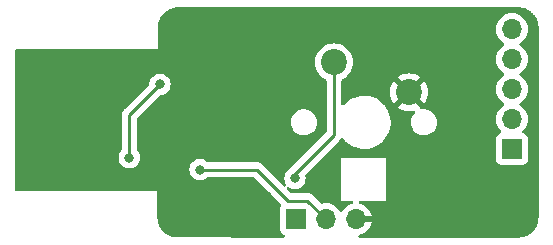
<source format=gbr>
%TF.GenerationSoftware,KiCad,Pcbnew,7.0.8*%
%TF.CreationDate,2024-02-06T14:03:30-06:00*%
%TF.ProjectId,Keeb,4b656562-2e6b-4696-9361-645f70636258,rev?*%
%TF.SameCoordinates,Original*%
%TF.FileFunction,Copper,L2,Bot*%
%TF.FilePolarity,Positive*%
%FSLAX46Y46*%
G04 Gerber Fmt 4.6, Leading zero omitted, Abs format (unit mm)*
G04 Created by KiCad (PCBNEW 7.0.8) date 2024-02-06 14:03:30*
%MOMM*%
%LPD*%
G01*
G04 APERTURE LIST*
%TA.AperFunction,ComponentPad*%
%ADD10R,1.700000X1.700000*%
%TD*%
%TA.AperFunction,ComponentPad*%
%ADD11O,1.700000X1.700000*%
%TD*%
%TA.AperFunction,ComponentPad*%
%ADD12C,2.200000*%
%TD*%
%TA.AperFunction,ViaPad*%
%ADD13C,0.800000*%
%TD*%
%TA.AperFunction,Conductor*%
%ADD14C,0.250000*%
%TD*%
G04 APERTURE END LIST*
D10*
%TO.P,J3,1,Pin_1*%
%TO.N,VCC*%
X156720000Y-82200000D03*
D11*
%TO.P,J3,2,Pin_2*%
%TO.N,SWIO*%
X159260000Y-82200000D03*
%TO.P,J3,3,Pin_3*%
%TO.N,VSS*%
X161800000Y-82200000D03*
%TD*%
D12*
%TO.P,SW1,2,2*%
%TO.N,VSS*%
X166290000Y-71460000D03*
%TO.P,SW1,1,1*%
%TO.N,PD5*%
X159940000Y-68920000D03*
%TD*%
D11*
%TO.P,J2,5,Pin_5*%
%TO.N,PC0*%
X175000000Y-66120000D03*
%TO.P,J2,4,Pin_4*%
%TO.N,PD0*%
X175000000Y-68660000D03*
%TO.P,J2,3,Pin_3*%
%TO.N,PA2*%
X175000000Y-71200000D03*
%TO.P,J2,2,Pin_2*%
%TO.N,PA1*%
X175000000Y-73740000D03*
D10*
%TO.P,J2,1,Pin_1*%
%TO.N,PD7*%
X175000000Y-76280000D03*
%TD*%
D13*
%TO.N,SWIO*%
X148600000Y-78000000D03*
%TO.N,VSS*%
X164000000Y-82400000D03*
X157000000Y-71200000D03*
X163200000Y-67400000D03*
X155600000Y-65600000D03*
X172400000Y-65200000D03*
X171800000Y-67400000D03*
X176600000Y-78400000D03*
X171800000Y-78000000D03*
X150600000Y-83000000D03*
X147600000Y-83200000D03*
X152600000Y-68200000D03*
X148800000Y-67800000D03*
X151600000Y-65200000D03*
X146200000Y-65800000D03*
X154286746Y-80275000D03*
X149600000Y-74200000D03*
X155800000Y-75200000D03*
%TO.N,+5V*%
X142600000Y-77000000D03*
X145200000Y-70800000D03*
%TO.N,PD5*%
X156632836Y-78750000D03*
%TD*%
D14*
%TO.N,SWIO*%
X153400000Y-78000000D02*
X148600000Y-78000000D01*
X156026290Y-80626290D02*
X153400000Y-78000000D01*
X157686290Y-80626290D02*
X156026290Y-80626290D01*
X159260000Y-82200000D02*
X157686290Y-80626290D01*
%TO.N,+5V*%
X142600000Y-73400000D02*
X145200000Y-70800000D01*
X142600000Y-77000000D02*
X142600000Y-73400000D01*
%TO.N,PD5*%
X156632836Y-78392469D02*
X156632836Y-78750000D01*
X159940000Y-75085305D02*
X156632836Y-78392469D01*
X159940000Y-68920000D02*
X159940000Y-75085305D01*
%TD*%
%TA.AperFunction,Conductor*%
%TO.N,VSS*%
G36*
X175452676Y-64247288D02*
G01*
X175494630Y-64246699D01*
X175499079Y-64246796D01*
X175566025Y-64250692D01*
X175753510Y-64262961D01*
X175761890Y-64264089D01*
X175869417Y-64286132D01*
X176012614Y-64318728D01*
X176019881Y-64320858D01*
X176131011Y-64360953D01*
X176260335Y-64412949D01*
X176266376Y-64415765D01*
X176372331Y-64472325D01*
X176375012Y-64473844D01*
X176420188Y-64500970D01*
X176491035Y-64543511D01*
X176495860Y-64546723D01*
X176593630Y-64618668D01*
X176596781Y-64621149D01*
X176699500Y-64707531D01*
X176703131Y-64710839D01*
X176757383Y-64764341D01*
X176778268Y-64784938D01*
X176789804Y-64796314D01*
X176793163Y-64799901D01*
X176880994Y-64901446D01*
X176883519Y-64904563D01*
X176914880Y-64945964D01*
X176956753Y-65001243D01*
X176960039Y-65006031D01*
X177031390Y-65121205D01*
X177032969Y-65123903D01*
X177090881Y-65228855D01*
X177093797Y-65234888D01*
X177147696Y-65363744D01*
X177189219Y-65474006D01*
X177191455Y-65481263D01*
X177226172Y-65624551D01*
X177249574Y-65731158D01*
X177250823Y-65739554D01*
X177265852Y-65928832D01*
X177270523Y-65993550D01*
X177270683Y-65998081D01*
X177253381Y-81950669D01*
X177252716Y-81952923D01*
X177253300Y-81994634D01*
X177253201Y-81999107D01*
X177249307Y-82066020D01*
X177237039Y-82253491D01*
X177235907Y-82261903D01*
X177213866Y-82369423D01*
X177181275Y-82512594D01*
X177179141Y-82519880D01*
X177139058Y-82630980D01*
X177114067Y-82693139D01*
X177087053Y-82760326D01*
X177084222Y-82766398D01*
X177027691Y-82872299D01*
X177026149Y-82875020D01*
X176956487Y-82991035D01*
X176953269Y-82995868D01*
X176881336Y-83093622D01*
X176878849Y-83096781D01*
X176792467Y-83199500D01*
X176789159Y-83203131D01*
X176703684Y-83289804D01*
X176700097Y-83293163D01*
X176598552Y-83380994D01*
X176595428Y-83383524D01*
X176498755Y-83456753D01*
X176493967Y-83460039D01*
X176378793Y-83531390D01*
X176376095Y-83532969D01*
X176271143Y-83590881D01*
X176265111Y-83593796D01*
X176136255Y-83647696D01*
X176025992Y-83689219D01*
X176018735Y-83691455D01*
X175875448Y-83726172D01*
X175768840Y-83749574D01*
X175760444Y-83750823D01*
X175571174Y-83765852D01*
X175506441Y-83770523D01*
X175501941Y-83770683D01*
X162126056Y-83762610D01*
X162059029Y-83742885D01*
X162013306Y-83690053D01*
X162003404Y-83620889D01*
X162032467Y-83557351D01*
X162091268Y-83519612D01*
X162094038Y-83518835D01*
X162263483Y-83473433D01*
X162263492Y-83473429D01*
X162477578Y-83373600D01*
X162671082Y-83238105D01*
X162838105Y-83071082D01*
X162973600Y-82877578D01*
X163073429Y-82663492D01*
X163073432Y-82663486D01*
X163130636Y-82450000D01*
X162233686Y-82450000D01*
X162259493Y-82409844D01*
X162300000Y-82271889D01*
X162300000Y-82128111D01*
X162259493Y-81990156D01*
X162233686Y-81950000D01*
X163130636Y-81950000D01*
X163130635Y-81949999D01*
X163073432Y-81736513D01*
X163073429Y-81736507D01*
X162973600Y-81522422D01*
X162973599Y-81522420D01*
X162838113Y-81328926D01*
X162838108Y-81328920D01*
X162671082Y-81161894D01*
X162477578Y-81026399D01*
X162263492Y-80926570D01*
X162263483Y-80926566D01*
X162105648Y-80884275D01*
X162045987Y-80847910D01*
X162015458Y-80785063D01*
X162023753Y-80715688D01*
X162068238Y-80661810D01*
X162134790Y-80640535D01*
X162137741Y-80640500D01*
X164325240Y-80640500D01*
X164325383Y-80640528D01*
X164325384Y-80640524D01*
X164349997Y-80640539D01*
X164350000Y-80640541D01*
X164350383Y-80640383D01*
X164350500Y-80640099D01*
X164350541Y-80640000D01*
X164350540Y-80639997D01*
X164350583Y-80615889D01*
X164350500Y-80615467D01*
X164350500Y-77064759D01*
X164350528Y-77064616D01*
X164350524Y-77064616D01*
X164350539Y-77040002D01*
X164350541Y-77040000D01*
X164350462Y-77039808D01*
X164350384Y-77039618D01*
X164350382Y-77039616D01*
X164350099Y-77039500D01*
X164350000Y-77039459D01*
X164325446Y-77039459D01*
X164325240Y-77039500D01*
X160574760Y-77039500D01*
X160574554Y-77039459D01*
X160550000Y-77039459D01*
X160549901Y-77039500D01*
X160549617Y-77039616D01*
X160549615Y-77039618D01*
X160549459Y-77039999D01*
X160549476Y-77064616D01*
X160549471Y-77064616D01*
X160549500Y-77064759D01*
X160549500Y-80615467D01*
X160549416Y-80615889D01*
X160549459Y-80640001D01*
X160549500Y-80640099D01*
X160549616Y-80640382D01*
X160549618Y-80640384D01*
X160549808Y-80640462D01*
X160550000Y-80640541D01*
X160550002Y-80640539D01*
X160574616Y-80640524D01*
X160574616Y-80640528D01*
X160574760Y-80640500D01*
X161462259Y-80640500D01*
X161529298Y-80660185D01*
X161575053Y-80712989D01*
X161584997Y-80782147D01*
X161555972Y-80845703D01*
X161497194Y-80883477D01*
X161494352Y-80884275D01*
X161336516Y-80926566D01*
X161336507Y-80926570D01*
X161122422Y-81026399D01*
X161122420Y-81026400D01*
X160928926Y-81161886D01*
X160928920Y-81161891D01*
X160761891Y-81328920D01*
X160761890Y-81328922D01*
X160631880Y-81514595D01*
X160577303Y-81558219D01*
X160507804Y-81565412D01*
X160445450Y-81533890D01*
X160428730Y-81514594D01*
X160298494Y-81328597D01*
X160131402Y-81161506D01*
X160131395Y-81161501D01*
X159937834Y-81025967D01*
X159937830Y-81025965D01*
X159840169Y-80980425D01*
X159723663Y-80926097D01*
X159723659Y-80926096D01*
X159723655Y-80926094D01*
X159495413Y-80864938D01*
X159495403Y-80864936D01*
X159260001Y-80844341D01*
X159259999Y-80844341D01*
X159024596Y-80864936D01*
X159024586Y-80864938D01*
X158924126Y-80891856D01*
X158854276Y-80890193D01*
X158804352Y-80859762D01*
X158187093Y-80242502D01*
X158177270Y-80230240D01*
X158177049Y-80230424D01*
X158172076Y-80224413D01*
X158121654Y-80177063D01*
X158111209Y-80166618D01*
X158100765Y-80156173D01*
X158095276Y-80151915D01*
X158090851Y-80148137D01*
X158056872Y-80116228D01*
X158056870Y-80116226D01*
X158056867Y-80116225D01*
X158039319Y-80106578D01*
X158023053Y-80095894D01*
X158007223Y-80083615D01*
X157964458Y-80065108D01*
X157959212Y-80062538D01*
X157918383Y-80040093D01*
X157918382Y-80040092D01*
X157898983Y-80035112D01*
X157880571Y-80028808D01*
X157862188Y-80020852D01*
X157862182Y-80020850D01*
X157816164Y-80013562D01*
X157810442Y-80012377D01*
X157765311Y-80000790D01*
X157765309Y-80000790D01*
X157745274Y-80000790D01*
X157725876Y-79999263D01*
X157718452Y-79998087D01*
X157706095Y-79996130D01*
X157706094Y-79996130D01*
X157659706Y-80000515D01*
X157653868Y-80000790D01*
X156336742Y-80000790D01*
X156269703Y-79981105D01*
X156249061Y-79964471D01*
X155972734Y-79688144D01*
X155939249Y-79626821D01*
X155944233Y-79557129D01*
X155986105Y-79501196D01*
X156051569Y-79476779D01*
X156119842Y-79491631D01*
X156133300Y-79500145D01*
X156180101Y-79534148D01*
X156180106Y-79534151D01*
X156353028Y-79611142D01*
X156353033Y-79611144D01*
X156538190Y-79650500D01*
X156538191Y-79650500D01*
X156727480Y-79650500D01*
X156727482Y-79650500D01*
X156912639Y-79611144D01*
X157085566Y-79534151D01*
X157238707Y-79422888D01*
X157365369Y-79282216D01*
X157460015Y-79118284D01*
X157518510Y-78938256D01*
X157538296Y-78750000D01*
X157518510Y-78561744D01*
X157500211Y-78505429D01*
X157498217Y-78435590D01*
X157530460Y-78379433D01*
X160323788Y-75586106D01*
X160336042Y-75576291D01*
X160335859Y-75576069D01*
X160341866Y-75571097D01*
X160341877Y-75571091D01*
X160372775Y-75538187D01*
X160389227Y-75520669D01*
X160399671Y-75510223D01*
X160410120Y-75499776D01*
X160414379Y-75494283D01*
X160418152Y-75489866D01*
X160450062Y-75455887D01*
X160459713Y-75438329D01*
X160470396Y-75422066D01*
X160482673Y-75406241D01*
X160485076Y-75400685D01*
X160529762Y-75346977D01*
X160596393Y-75325952D01*
X160663814Y-75344288D01*
X160698708Y-75376372D01*
X160716624Y-75400688D01*
X160757554Y-75456238D01*
X160868631Y-75571091D01*
X160967019Y-75672823D01*
X161203478Y-75859553D01*
X161203480Y-75859554D01*
X161203485Y-75859558D01*
X161462730Y-76013109D01*
X161740128Y-76130736D01*
X162030729Y-76210340D01*
X162329347Y-76250500D01*
X162329351Y-76250500D01*
X162555252Y-76250500D01*
X162719164Y-76239526D01*
X162780634Y-76235412D01*
X163075903Y-76175396D01*
X163360537Y-76076560D01*
X163629459Y-75940668D01*
X163877869Y-75770144D01*
X164101333Y-75568032D01*
X164295865Y-75337939D01*
X164457993Y-75083970D01*
X164584823Y-74810658D01*
X164674093Y-74522879D01*
X164724209Y-74225770D01*
X164734277Y-73924631D01*
X164704118Y-73624838D01*
X164634269Y-73331739D01*
X164525977Y-73050566D01*
X164381175Y-72786335D01*
X164379835Y-72784517D01*
X164218805Y-72565965D01*
X164202446Y-72543762D01*
X163992980Y-72327176D01*
X163756521Y-72140446D01*
X163756517Y-72140443D01*
X163756515Y-72140442D01*
X163497270Y-71986891D01*
X163219872Y-71869264D01*
X163219863Y-71869261D01*
X162929272Y-71789660D01*
X162854616Y-71779620D01*
X162630653Y-71749500D01*
X162404756Y-71749500D01*
X162404748Y-71749500D01*
X162179368Y-71764587D01*
X162179359Y-71764589D01*
X161884094Y-71824604D01*
X161599464Y-71923439D01*
X161599459Y-71923441D01*
X161330546Y-72059328D01*
X161082125Y-72229860D01*
X160858665Y-72431969D01*
X160784193Y-72520056D01*
X160725878Y-72558542D01*
X160656013Y-72559391D01*
X160596781Y-72522333D01*
X160566986Y-72459135D01*
X160565500Y-72439998D01*
X160565500Y-71460000D01*
X164685052Y-71460000D01*
X164704812Y-71711072D01*
X164763603Y-71955956D01*
X164859980Y-72188631D01*
X164991566Y-72403358D01*
X164991577Y-72403374D01*
X164992264Y-72404178D01*
X164992266Y-72404178D01*
X165612803Y-71783641D01*
X165636059Y-71837553D01*
X165740756Y-71978185D01*
X165875062Y-72090882D01*
X165966665Y-72136886D01*
X165345819Y-72757732D01*
X165346636Y-72758430D01*
X165346638Y-72758432D01*
X165561368Y-72890019D01*
X165794043Y-72986396D01*
X166038927Y-73045187D01*
X166290000Y-73064947D01*
X166541071Y-73045187D01*
X166658004Y-73017114D01*
X166727786Y-73020605D01*
X166784604Y-73061268D01*
X166810417Y-73126195D01*
X166797031Y-73194770D01*
X166780664Y-73218891D01*
X166659478Y-73358746D01*
X166554398Y-73540750D01*
X166485656Y-73739365D01*
X166485656Y-73739367D01*
X166459020Y-73924631D01*
X166455746Y-73947401D01*
X166465745Y-74157327D01*
X166515296Y-74361578D01*
X166515298Y-74361582D01*
X166602598Y-74552743D01*
X166602601Y-74552748D01*
X166602602Y-74552750D01*
X166602604Y-74552753D01*
X166665627Y-74641256D01*
X166724515Y-74723953D01*
X166724520Y-74723959D01*
X166876620Y-74868985D01*
X166982747Y-74937189D01*
X167053428Y-74982613D01*
X167248543Y-75060725D01*
X167309399Y-75072454D01*
X167454914Y-75100500D01*
X167454915Y-75100500D01*
X167612419Y-75100500D01*
X167612425Y-75100500D01*
X167769218Y-75085528D01*
X167970875Y-75026316D01*
X168157682Y-74930011D01*
X168170064Y-74920274D01*
X168309450Y-74810658D01*
X168322886Y-74800092D01*
X168460519Y-74641256D01*
X168477760Y-74611395D01*
X168565601Y-74459249D01*
X168565600Y-74459249D01*
X168565604Y-74459244D01*
X168634344Y-74260633D01*
X168664254Y-74052602D01*
X168654254Y-73842670D01*
X168629346Y-73740000D01*
X173644341Y-73740000D01*
X173664936Y-73975403D01*
X173664938Y-73975413D01*
X173726094Y-74203655D01*
X173726096Y-74203659D01*
X173726097Y-74203663D01*
X173736406Y-74225770D01*
X173825965Y-74417830D01*
X173825967Y-74417834D01*
X173920432Y-74552743D01*
X173961501Y-74611396D01*
X173961506Y-74611402D01*
X174083430Y-74733326D01*
X174116915Y-74794649D01*
X174111931Y-74864341D01*
X174070059Y-74920274D01*
X174039083Y-74937189D01*
X173907669Y-74986203D01*
X173907664Y-74986206D01*
X173792455Y-75072452D01*
X173792452Y-75072455D01*
X173706206Y-75187664D01*
X173706202Y-75187671D01*
X173655908Y-75322517D01*
X173649501Y-75382116D01*
X173649501Y-75382123D01*
X173649500Y-75382135D01*
X173649500Y-77177870D01*
X173649501Y-77177876D01*
X173655908Y-77237483D01*
X173706202Y-77372328D01*
X173706206Y-77372335D01*
X173792452Y-77487544D01*
X173792455Y-77487547D01*
X173907664Y-77573793D01*
X173907671Y-77573797D01*
X174042517Y-77624091D01*
X174042516Y-77624091D01*
X174049444Y-77624835D01*
X174102127Y-77630500D01*
X175897872Y-77630499D01*
X175957483Y-77624091D01*
X176092331Y-77573796D01*
X176207546Y-77487546D01*
X176293796Y-77372331D01*
X176344091Y-77237483D01*
X176350500Y-77177873D01*
X176350499Y-75382128D01*
X176344091Y-75322517D01*
X176342181Y-75317397D01*
X176293797Y-75187671D01*
X176293793Y-75187664D01*
X176207547Y-75072455D01*
X176207544Y-75072452D01*
X176092335Y-74986206D01*
X176092328Y-74986202D01*
X175960917Y-74937189D01*
X175904983Y-74895318D01*
X175880566Y-74829853D01*
X175895418Y-74761580D01*
X175916563Y-74733332D01*
X176038495Y-74611401D01*
X176174035Y-74417830D01*
X176273903Y-74203663D01*
X176335063Y-73975408D01*
X176355659Y-73740000D01*
X176355603Y-73739365D01*
X176348580Y-73659090D01*
X176335063Y-73504592D01*
X176273903Y-73276337D01*
X176174035Y-73062171D01*
X176169382Y-73055525D01*
X176038494Y-72868597D01*
X175871402Y-72701506D01*
X175871396Y-72701501D01*
X175685842Y-72571575D01*
X175642217Y-72516998D01*
X175635023Y-72447500D01*
X175666546Y-72385145D01*
X175685842Y-72368425D01*
X175708026Y-72352891D01*
X175871401Y-72238495D01*
X176038495Y-72071401D01*
X176174035Y-71877830D01*
X176273903Y-71663663D01*
X176335063Y-71435408D01*
X176355659Y-71200000D01*
X176335063Y-70964592D01*
X176273903Y-70736337D01*
X176174035Y-70522171D01*
X176170160Y-70516636D01*
X176038494Y-70328597D01*
X175871402Y-70161506D01*
X175871396Y-70161501D01*
X175685842Y-70031575D01*
X175642217Y-69976998D01*
X175635023Y-69907500D01*
X175666546Y-69845145D01*
X175685842Y-69828425D01*
X175708026Y-69812891D01*
X175871401Y-69698495D01*
X176038495Y-69531401D01*
X176174035Y-69337830D01*
X176273903Y-69123663D01*
X176335063Y-68895408D01*
X176355659Y-68660000D01*
X176335063Y-68424592D01*
X176273903Y-68196337D01*
X176174035Y-67982171D01*
X176169957Y-67976346D01*
X176038494Y-67788597D01*
X175871402Y-67621506D01*
X175871396Y-67621501D01*
X175685842Y-67491575D01*
X175642217Y-67436998D01*
X175635023Y-67367500D01*
X175666546Y-67305145D01*
X175685842Y-67288425D01*
X175708026Y-67272891D01*
X175871401Y-67158495D01*
X176038495Y-66991401D01*
X176174035Y-66797830D01*
X176273903Y-66583663D01*
X176335063Y-66355408D01*
X176355659Y-66120000D01*
X176335063Y-65884592D01*
X176273903Y-65656337D01*
X176174035Y-65442171D01*
X176137555Y-65390071D01*
X176038494Y-65248597D01*
X175871402Y-65081506D01*
X175871395Y-65081501D01*
X175677834Y-64945967D01*
X175677830Y-64945965D01*
X175677828Y-64945964D01*
X175463663Y-64846097D01*
X175463659Y-64846096D01*
X175463655Y-64846094D01*
X175235413Y-64784938D01*
X175235403Y-64784936D01*
X175000001Y-64764341D01*
X174999999Y-64764341D01*
X174764596Y-64784936D01*
X174764586Y-64784938D01*
X174536344Y-64846094D01*
X174536335Y-64846098D01*
X174322171Y-64945964D01*
X174322169Y-64945965D01*
X174128597Y-65081505D01*
X173961505Y-65248597D01*
X173825965Y-65442169D01*
X173825964Y-65442171D01*
X173794984Y-65508609D01*
X173728271Y-65651676D01*
X173726098Y-65656335D01*
X173726094Y-65656344D01*
X173664938Y-65884586D01*
X173664936Y-65884596D01*
X173644341Y-66119999D01*
X173644341Y-66120000D01*
X173664936Y-66355403D01*
X173664938Y-66355413D01*
X173726094Y-66583655D01*
X173726096Y-66583659D01*
X173726097Y-66583663D01*
X173825965Y-66797830D01*
X173825967Y-66797834D01*
X173961501Y-66991395D01*
X173961506Y-66991402D01*
X174128597Y-67158493D01*
X174128603Y-67158498D01*
X174314158Y-67288425D01*
X174357783Y-67343002D01*
X174364977Y-67412500D01*
X174333454Y-67474855D01*
X174314158Y-67491575D01*
X174128597Y-67621505D01*
X173961505Y-67788597D01*
X173825965Y-67982169D01*
X173825964Y-67982171D01*
X173726098Y-68196335D01*
X173726094Y-68196344D01*
X173664938Y-68424586D01*
X173664936Y-68424596D01*
X173644341Y-68659999D01*
X173644341Y-68660000D01*
X173664936Y-68895403D01*
X173664938Y-68895413D01*
X173726094Y-69123655D01*
X173726096Y-69123659D01*
X173726097Y-69123663D01*
X173748240Y-69171148D01*
X173825965Y-69337830D01*
X173825967Y-69337834D01*
X173961501Y-69531395D01*
X173961506Y-69531402D01*
X174128597Y-69698493D01*
X174128603Y-69698498D01*
X174314158Y-69828425D01*
X174357783Y-69883002D01*
X174364977Y-69952500D01*
X174333454Y-70014855D01*
X174314158Y-70031575D01*
X174128597Y-70161505D01*
X173961505Y-70328597D01*
X173825965Y-70522169D01*
X173825964Y-70522171D01*
X173726098Y-70736335D01*
X173726094Y-70736344D01*
X173664938Y-70964586D01*
X173664936Y-70964596D01*
X173644341Y-71199999D01*
X173644341Y-71200000D01*
X173664936Y-71435403D01*
X173664938Y-71435413D01*
X173726094Y-71663655D01*
X173726096Y-71663659D01*
X173726097Y-71663663D01*
X173821969Y-71869261D01*
X173825965Y-71877830D01*
X173825967Y-71877834D01*
X173857901Y-71923440D01*
X173953051Y-72059328D01*
X173961501Y-72071395D01*
X173961506Y-72071402D01*
X174128597Y-72238493D01*
X174128603Y-72238498D01*
X174314158Y-72368425D01*
X174357783Y-72423002D01*
X174364977Y-72492500D01*
X174333454Y-72554855D01*
X174314158Y-72571575D01*
X174128597Y-72701505D01*
X173961505Y-72868597D01*
X173825965Y-73062169D01*
X173825964Y-73062171D01*
X173750455Y-73224102D01*
X173726236Y-73276040D01*
X173726098Y-73276335D01*
X173726094Y-73276344D01*
X173664938Y-73504586D01*
X173664936Y-73504596D01*
X173644341Y-73739999D01*
X173644341Y-73740000D01*
X168629346Y-73740000D01*
X168604704Y-73638424D01*
X168598500Y-73624839D01*
X168517401Y-73447256D01*
X168517398Y-73447251D01*
X168517397Y-73447250D01*
X168517396Y-73447247D01*
X168395486Y-73276048D01*
X168395484Y-73276046D01*
X168395479Y-73276040D01*
X168243379Y-73131014D01*
X168066574Y-73017388D01*
X167871455Y-72939274D01*
X167665086Y-72899500D01*
X167665085Y-72899500D01*
X167507575Y-72899500D01*
X167368836Y-72912747D01*
X167300230Y-72899524D01*
X167249663Y-72851309D01*
X167233143Y-72784517D01*
X167234178Y-72757731D01*
X166615946Y-72139498D01*
X166628891Y-72134787D01*
X166775373Y-72038445D01*
X166895688Y-71910918D01*
X166968447Y-71784894D01*
X167587732Y-72404179D01*
X167588424Y-72403371D01*
X167588432Y-72403360D01*
X167720019Y-72188631D01*
X167816396Y-71955956D01*
X167875187Y-71711072D01*
X167894947Y-71460000D01*
X167875187Y-71208927D01*
X167816396Y-70964043D01*
X167720019Y-70731368D01*
X167588432Y-70516638D01*
X167588430Y-70516636D01*
X167587732Y-70515819D01*
X166967195Y-71136356D01*
X166943941Y-71082447D01*
X166839244Y-70941815D01*
X166704938Y-70829118D01*
X166613333Y-70783112D01*
X167234178Y-70162266D01*
X167234178Y-70162264D01*
X167233374Y-70161577D01*
X167233358Y-70161566D01*
X167018631Y-70029980D01*
X166785956Y-69933603D01*
X166541072Y-69874812D01*
X166290000Y-69855052D01*
X166038927Y-69874812D01*
X165794043Y-69933603D01*
X165561368Y-70029980D01*
X165346637Y-70161568D01*
X165345820Y-70162266D01*
X165964055Y-70780501D01*
X165951109Y-70785213D01*
X165804627Y-70881555D01*
X165684312Y-71009082D01*
X165611552Y-71135106D01*
X164992266Y-70515820D01*
X164991568Y-70516637D01*
X164859980Y-70731368D01*
X164763603Y-70964043D01*
X164704812Y-71208927D01*
X164685052Y-71460000D01*
X160565500Y-71460000D01*
X160565500Y-70476132D01*
X160585185Y-70409093D01*
X160637989Y-70363338D01*
X160642027Y-70361579D01*
X160668859Y-70350466D01*
X160883659Y-70218836D01*
X161075224Y-70055224D01*
X161238836Y-69863659D01*
X161370466Y-69648859D01*
X161466873Y-69416111D01*
X161525683Y-69171148D01*
X161545449Y-68920000D01*
X161525683Y-68668852D01*
X161466873Y-68423889D01*
X161370466Y-68191140D01*
X161238839Y-67976346D01*
X161238838Y-67976343D01*
X161194560Y-67924500D01*
X161075224Y-67784776D01*
X160948571Y-67676604D01*
X160883656Y-67621161D01*
X160883653Y-67621160D01*
X160668859Y-67489533D01*
X160436110Y-67393126D01*
X160191151Y-67334317D01*
X159940000Y-67314551D01*
X159688848Y-67334317D01*
X159443889Y-67393126D01*
X159211140Y-67489533D01*
X158996346Y-67621160D01*
X158996343Y-67621161D01*
X158804776Y-67784776D01*
X158641161Y-67976343D01*
X158641160Y-67976346D01*
X158509533Y-68191140D01*
X158413126Y-68423889D01*
X158354317Y-68668848D01*
X158334551Y-68920000D01*
X158354317Y-69171151D01*
X158413126Y-69416110D01*
X158509533Y-69648859D01*
X158641160Y-69863653D01*
X158641161Y-69863656D01*
X158657684Y-69883002D01*
X158804776Y-70055224D01*
X158930104Y-70162264D01*
X158996343Y-70218838D01*
X158996345Y-70218838D01*
X159211141Y-70350466D01*
X159237951Y-70361570D01*
X159292355Y-70405410D01*
X159314421Y-70471703D01*
X159314500Y-70476132D01*
X159314500Y-74774851D01*
X159294815Y-74841890D01*
X159278181Y-74862532D01*
X156249044Y-77891668D01*
X156236787Y-77901489D01*
X156236970Y-77901710D01*
X156230959Y-77906682D01*
X156205640Y-77933643D01*
X156183609Y-77957104D01*
X156177882Y-77962830D01*
X156167836Y-77972876D01*
X156153044Y-77985510D01*
X156026963Y-78077113D01*
X155900302Y-78217785D01*
X155805657Y-78381715D01*
X155805654Y-78381722D01*
X155765459Y-78505431D01*
X155747162Y-78561744D01*
X155727376Y-78750000D01*
X155747162Y-78938256D01*
X155747163Y-78938259D01*
X155805654Y-79118277D01*
X155805656Y-79118281D01*
X155805657Y-79118284D01*
X155865746Y-79222363D01*
X155884932Y-79255593D01*
X155901404Y-79323493D01*
X155878551Y-79389520D01*
X155823629Y-79432710D01*
X155754076Y-79439351D01*
X155691974Y-79407335D01*
X155689863Y-79405273D01*
X155068741Y-78784151D01*
X153900803Y-77616212D01*
X153890980Y-77603950D01*
X153890759Y-77604134D01*
X153885786Y-77598123D01*
X153835364Y-77550773D01*
X153824919Y-77540328D01*
X153814475Y-77529883D01*
X153808986Y-77525625D01*
X153804561Y-77521847D01*
X153770582Y-77489938D01*
X153770580Y-77489936D01*
X153770577Y-77489935D01*
X153753029Y-77480288D01*
X153736763Y-77469604D01*
X153720933Y-77457325D01*
X153678168Y-77438818D01*
X153672922Y-77436248D01*
X153632093Y-77413803D01*
X153632092Y-77413802D01*
X153612693Y-77408822D01*
X153594281Y-77402518D01*
X153575898Y-77394562D01*
X153575892Y-77394560D01*
X153529874Y-77387272D01*
X153524152Y-77386087D01*
X153479021Y-77374500D01*
X153479019Y-77374500D01*
X153458984Y-77374500D01*
X153439586Y-77372973D01*
X153432162Y-77371797D01*
X153419805Y-77369840D01*
X153419804Y-77369840D01*
X153373416Y-77374225D01*
X153367578Y-77374500D01*
X149303748Y-77374500D01*
X149236709Y-77354815D01*
X149211600Y-77333474D01*
X149205873Y-77327114D01*
X149205869Y-77327110D01*
X149052734Y-77215851D01*
X149052729Y-77215848D01*
X148879807Y-77138857D01*
X148879802Y-77138855D01*
X148734001Y-77107865D01*
X148694646Y-77099500D01*
X148505354Y-77099500D01*
X148472897Y-77106398D01*
X148320197Y-77138855D01*
X148320192Y-77138857D01*
X148147270Y-77215848D01*
X148147265Y-77215851D01*
X147994129Y-77327111D01*
X147867466Y-77467785D01*
X147772821Y-77631715D01*
X147772818Y-77631722D01*
X147714327Y-77811740D01*
X147714326Y-77811744D01*
X147694540Y-78000000D01*
X147714326Y-78188256D01*
X147714327Y-78188259D01*
X147772818Y-78368277D01*
X147772821Y-78368284D01*
X147867467Y-78532216D01*
X147969185Y-78645185D01*
X147994129Y-78672888D01*
X148147265Y-78784148D01*
X148147270Y-78784151D01*
X148320192Y-78861142D01*
X148320197Y-78861144D01*
X148505354Y-78900500D01*
X148505355Y-78900500D01*
X148694644Y-78900500D01*
X148694646Y-78900500D01*
X148879803Y-78861144D01*
X149052730Y-78784151D01*
X149205871Y-78672888D01*
X149208788Y-78669647D01*
X149211600Y-78666526D01*
X149271087Y-78629879D01*
X149303748Y-78625500D01*
X153089548Y-78625500D01*
X153156587Y-78645185D01*
X153177229Y-78661819D01*
X155434511Y-80919102D01*
X155467996Y-80980425D01*
X155463012Y-81050117D01*
X155446098Y-81081092D01*
X155426205Y-81107665D01*
X155426202Y-81107671D01*
X155375908Y-81242517D01*
X155369501Y-81302116D01*
X155369500Y-81302135D01*
X155369500Y-83097870D01*
X155369501Y-83097876D01*
X155375908Y-83157483D01*
X155426202Y-83292328D01*
X155426206Y-83292335D01*
X155512452Y-83407544D01*
X155512455Y-83407547D01*
X155627664Y-83493793D01*
X155627671Y-83493797D01*
X155693957Y-83518520D01*
X155749891Y-83560391D01*
X155774308Y-83625855D01*
X155759457Y-83694128D01*
X155710052Y-83743534D01*
X155650549Y-83758702D01*
X146804428Y-83753362D01*
X146802000Y-83752647D01*
X146755363Y-83753300D01*
X146750891Y-83753201D01*
X146683978Y-83749307D01*
X146496507Y-83737039D01*
X146488094Y-83735907D01*
X146380576Y-83713866D01*
X146237404Y-83681276D01*
X146230118Y-83679140D01*
X146162183Y-83654631D01*
X146119002Y-83639051D01*
X145989672Y-83587053D01*
X145983607Y-83584225D01*
X145877695Y-83527688D01*
X145874978Y-83526149D01*
X145758963Y-83456487D01*
X145754130Y-83453269D01*
X145656376Y-83381336D01*
X145653217Y-83378849D01*
X145550498Y-83292467D01*
X145546867Y-83289159D01*
X145460194Y-83203684D01*
X145456843Y-83200105D01*
X145368997Y-83098543D01*
X145366486Y-83095443D01*
X145293242Y-82998751D01*
X145289959Y-82993967D01*
X145218608Y-82878793D01*
X145217043Y-82876120D01*
X145159109Y-82771128D01*
X145156201Y-82765110D01*
X145113693Y-82663486D01*
X145102300Y-82636247D01*
X145060771Y-82525969D01*
X145058546Y-82518747D01*
X145023833Y-82375474D01*
X145000423Y-82268835D01*
X144999175Y-82260444D01*
X144984140Y-82071081D01*
X144979475Y-82006431D01*
X144979314Y-82001967D01*
X144979314Y-81953094D01*
X144979224Y-81952264D01*
X144979221Y-81950669D01*
X144977307Y-80844341D01*
X144975517Y-79809690D01*
X144975539Y-79800002D01*
X144975541Y-79800000D01*
X144975383Y-79799617D01*
X144975382Y-79799616D01*
X144975381Y-79799615D01*
X144975379Y-79799614D01*
X144975380Y-79799614D01*
X144975000Y-79799458D01*
X144952015Y-79799500D01*
X133024500Y-79799500D01*
X132957461Y-79779815D01*
X132911706Y-79727011D01*
X132900500Y-79675500D01*
X132900500Y-77000000D01*
X141694540Y-77000000D01*
X141714326Y-77188256D01*
X141714327Y-77188259D01*
X141772818Y-77368277D01*
X141772821Y-77368284D01*
X141867467Y-77532216D01*
X141957063Y-77631722D01*
X141994129Y-77672888D01*
X142147265Y-77784148D01*
X142147270Y-77784151D01*
X142320192Y-77861142D01*
X142320197Y-77861144D01*
X142505354Y-77900500D01*
X142505355Y-77900500D01*
X142694644Y-77900500D01*
X142694646Y-77900500D01*
X142879803Y-77861144D01*
X143052730Y-77784151D01*
X143205871Y-77672888D01*
X143332533Y-77532216D01*
X143427179Y-77368284D01*
X143485674Y-77188256D01*
X143505460Y-77000000D01*
X143485674Y-76811744D01*
X143427179Y-76631716D01*
X143332533Y-76467784D01*
X143257350Y-76384284D01*
X143227120Y-76321292D01*
X143225500Y-76301312D01*
X143225500Y-73947401D01*
X156295746Y-73947401D01*
X156305745Y-74157327D01*
X156355296Y-74361578D01*
X156355298Y-74361582D01*
X156442598Y-74552743D01*
X156442601Y-74552748D01*
X156442602Y-74552750D01*
X156442604Y-74552753D01*
X156505627Y-74641256D01*
X156564515Y-74723953D01*
X156564520Y-74723959D01*
X156716620Y-74868985D01*
X156822747Y-74937189D01*
X156893428Y-74982613D01*
X157088543Y-75060725D01*
X157149399Y-75072454D01*
X157294914Y-75100500D01*
X157294915Y-75100500D01*
X157452419Y-75100500D01*
X157452425Y-75100500D01*
X157609218Y-75085528D01*
X157810875Y-75026316D01*
X157997682Y-74930011D01*
X158010064Y-74920274D01*
X158149450Y-74810658D01*
X158162886Y-74800092D01*
X158300519Y-74641256D01*
X158317760Y-74611395D01*
X158405601Y-74459249D01*
X158405600Y-74459249D01*
X158405604Y-74459244D01*
X158474344Y-74260633D01*
X158504254Y-74052602D01*
X158494254Y-73842670D01*
X158444704Y-73638424D01*
X158438500Y-73624839D01*
X158357401Y-73447256D01*
X158357398Y-73447251D01*
X158357397Y-73447250D01*
X158357396Y-73447247D01*
X158235486Y-73276048D01*
X158235484Y-73276046D01*
X158235479Y-73276040D01*
X158083379Y-73131014D01*
X157906574Y-73017388D01*
X157711455Y-72939274D01*
X157505086Y-72899500D01*
X157505085Y-72899500D01*
X157347575Y-72899500D01*
X157193494Y-72914213D01*
X157190782Y-72914472D01*
X157190778Y-72914473D01*
X156989127Y-72973683D01*
X156802313Y-73069991D01*
X156637116Y-73199905D01*
X156637112Y-73199909D01*
X156499478Y-73358746D01*
X156394398Y-73540750D01*
X156325656Y-73739365D01*
X156325656Y-73739367D01*
X156299020Y-73924631D01*
X156295746Y-73947401D01*
X143225500Y-73947401D01*
X143225500Y-73710452D01*
X143245185Y-73643413D01*
X143261819Y-73622771D01*
X145147772Y-71736819D01*
X145209095Y-71703334D01*
X145235453Y-71700500D01*
X145294644Y-71700500D01*
X145294646Y-71700500D01*
X145479803Y-71661144D01*
X145652730Y-71584151D01*
X145805871Y-71472888D01*
X145932533Y-71332216D01*
X146027179Y-71168284D01*
X146085674Y-70988256D01*
X146105460Y-70800000D01*
X146085674Y-70611744D01*
X146027179Y-70431716D01*
X145932533Y-70267784D01*
X145805871Y-70127112D01*
X145805870Y-70127111D01*
X145652734Y-70015851D01*
X145652729Y-70015848D01*
X145479807Y-69938857D01*
X145479802Y-69938855D01*
X145332283Y-69907500D01*
X145294646Y-69899500D01*
X145105354Y-69899500D01*
X145072897Y-69906398D01*
X144920197Y-69938855D01*
X144920192Y-69938857D01*
X144747270Y-70015848D01*
X144747265Y-70015851D01*
X144594129Y-70127111D01*
X144467466Y-70267785D01*
X144372821Y-70431715D01*
X144372818Y-70431722D01*
X144343430Y-70522171D01*
X144314326Y-70611744D01*
X144299750Y-70750432D01*
X144296679Y-70779649D01*
X144270094Y-70844263D01*
X144261039Y-70854368D01*
X142216208Y-72899199D01*
X142203951Y-72909020D01*
X142204134Y-72909241D01*
X142198123Y-72914213D01*
X142150772Y-72964636D01*
X142129889Y-72985519D01*
X142129877Y-72985532D01*
X142125621Y-72991017D01*
X142121837Y-72995447D01*
X142089937Y-73029418D01*
X142089936Y-73029420D01*
X142080284Y-73046976D01*
X142069610Y-73063226D01*
X142057329Y-73079061D01*
X142057324Y-73079068D01*
X142038815Y-73121838D01*
X142036245Y-73127084D01*
X142013803Y-73167906D01*
X142008822Y-73187307D01*
X142002521Y-73205710D01*
X141994562Y-73224102D01*
X141994561Y-73224105D01*
X141987271Y-73270127D01*
X141986087Y-73275846D01*
X141974501Y-73320972D01*
X141974500Y-73320982D01*
X141974500Y-73341016D01*
X141972973Y-73360415D01*
X141969840Y-73380194D01*
X141969840Y-73380195D01*
X141974225Y-73426583D01*
X141974500Y-73432421D01*
X141974500Y-76301312D01*
X141954815Y-76368351D01*
X141942650Y-76384284D01*
X141867466Y-76467784D01*
X141772821Y-76631715D01*
X141772818Y-76631722D01*
X141714327Y-76811740D01*
X141714326Y-76811744D01*
X141694540Y-77000000D01*
X132900500Y-77000000D01*
X132900500Y-67924500D01*
X132920185Y-67857461D01*
X132972989Y-67811706D01*
X133024500Y-67800500D01*
X144975240Y-67800500D01*
X144975383Y-67800528D01*
X144975384Y-67800524D01*
X144999997Y-67800539D01*
X145000000Y-67800541D01*
X145000383Y-67800383D01*
X145000500Y-67800099D01*
X145000499Y-67800099D01*
X145000541Y-67800000D01*
X145000540Y-67799999D01*
X145006893Y-67785025D01*
X145000525Y-67764756D01*
X145000503Y-67762469D01*
X145000663Y-66075651D01*
X145001354Y-66073296D01*
X145000700Y-66026545D01*
X145000799Y-66022072D01*
X145002460Y-65993550D01*
X145004699Y-65955082D01*
X145009312Y-65884586D01*
X145016961Y-65767694D01*
X145018089Y-65759312D01*
X145040169Y-65651609D01*
X145072720Y-65508609D01*
X145074845Y-65501354D01*
X145115004Y-65390049D01*
X145166943Y-65260869D01*
X145169740Y-65254871D01*
X145226399Y-65148731D01*
X145227912Y-65146062D01*
X145297474Y-65030212D01*
X145300680Y-65025398D01*
X145372755Y-64927453D01*
X145375218Y-64924322D01*
X145461491Y-64821733D01*
X145464733Y-64818175D01*
X145550428Y-64731282D01*
X145553970Y-64727964D01*
X145655357Y-64640269D01*
X145658391Y-64637812D01*
X145755389Y-64564337D01*
X145760112Y-64561095D01*
X145875037Y-64489898D01*
X145877636Y-64488379D01*
X145982996Y-64430242D01*
X145988977Y-64427351D01*
X146117378Y-64373641D01*
X146228140Y-64331931D01*
X146235352Y-64329708D01*
X146377862Y-64295179D01*
X146485284Y-64271598D01*
X146493650Y-64270353D01*
X146680715Y-64255500D01*
X146747783Y-64250660D01*
X146752245Y-64250500D01*
X146801795Y-64250500D01*
X146801850Y-64250492D01*
X175450584Y-64246674D01*
X175452676Y-64247288D01*
G37*
%TD.AperFunction*%
%TD*%
M02*

</source>
